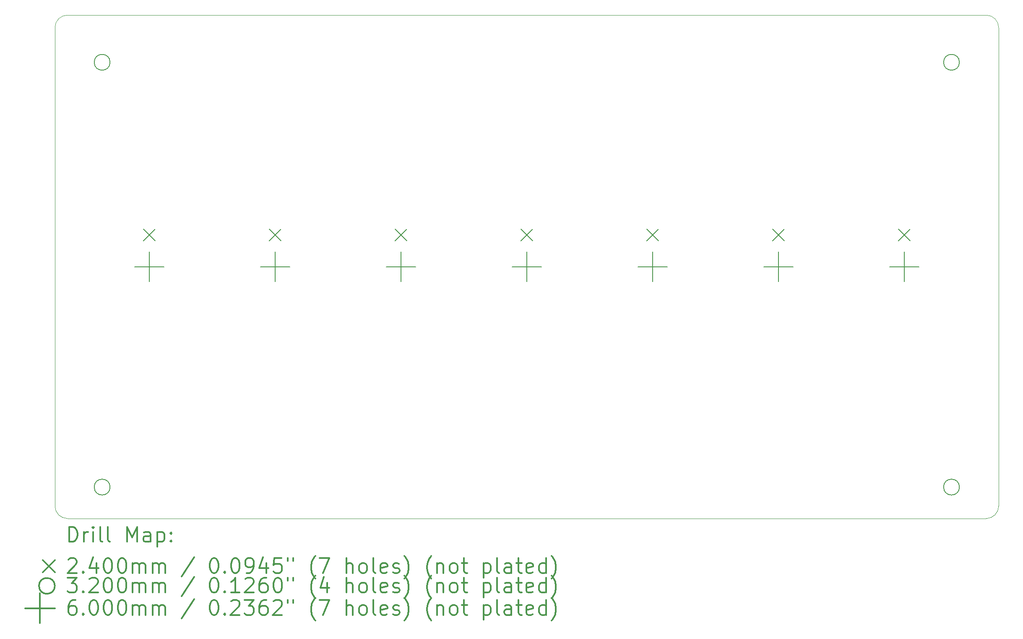
<source format=gbr>
%FSLAX45Y45*%
G04 Gerber Fmt 4.5, Leading zero omitted, Abs format (unit mm)*
G04 Created by KiCad (PCBNEW (5.1.10)-1) date 2021-08-19 15:28:22*
%MOMM*%
%LPD*%
G01*
G04 APERTURE LIST*
%TA.AperFunction,Profile*%
%ADD10C,0.050000*%
%TD*%
%ADD11C,0.200000*%
%ADD12C,0.300000*%
G04 APERTURE END LIST*
D10*
X22733000Y-4254500D02*
X4191000Y-4254500D01*
X22733000Y-4254500D02*
G75*
G02*
X22987000Y-4508500I0J-254000D01*
G01*
X22987000Y-14160500D02*
X22987000Y-4508500D01*
X4191000Y-14414500D02*
X22733000Y-14414500D01*
X3937000Y-4508500D02*
X3937000Y-14160500D01*
X22987000Y-14160500D02*
G75*
G02*
X22733000Y-14414500I-254000J0D01*
G01*
X4191000Y-14414500D02*
G75*
G02*
X3937000Y-14160500I0J254000D01*
G01*
X3937000Y-4508500D02*
G75*
G02*
X4191000Y-4254500I254000J0D01*
G01*
D11*
X5722000Y-8574500D02*
X5962000Y-8814500D01*
X5962000Y-8574500D02*
X5722000Y-8814500D01*
X8262000Y-8574500D02*
X8502000Y-8814500D01*
X8502000Y-8574500D02*
X8262000Y-8814500D01*
X10802000Y-8574500D02*
X11042000Y-8814500D01*
X11042000Y-8574500D02*
X10802000Y-8814500D01*
X13342000Y-8574500D02*
X13582000Y-8814500D01*
X13582000Y-8574500D02*
X13342000Y-8814500D01*
X15882000Y-8574500D02*
X16122000Y-8814500D01*
X16122000Y-8574500D02*
X15882000Y-8814500D01*
X18422000Y-8574500D02*
X18662000Y-8814500D01*
X18662000Y-8574500D02*
X18422000Y-8814500D01*
X20962000Y-8574500D02*
X21202000Y-8814500D01*
X21202000Y-8574500D02*
X20962000Y-8814500D01*
X5049500Y-5207000D02*
G75*
G03*
X5049500Y-5207000I-160000J0D01*
G01*
X5049500Y-13779500D02*
G75*
G03*
X5049500Y-13779500I-160000J0D01*
G01*
X22194500Y-5207000D02*
G75*
G03*
X22194500Y-5207000I-160000J0D01*
G01*
X22194500Y-13779500D02*
G75*
G03*
X22194500Y-13779500I-160000J0D01*
G01*
X5842000Y-9034500D02*
X5842000Y-9634500D01*
X5542000Y-9334500D02*
X6142000Y-9334500D01*
X8382000Y-9034500D02*
X8382000Y-9634500D01*
X8082000Y-9334500D02*
X8682000Y-9334500D01*
X10922000Y-9034500D02*
X10922000Y-9634500D01*
X10622000Y-9334500D02*
X11222000Y-9334500D01*
X13462000Y-9034500D02*
X13462000Y-9634500D01*
X13162000Y-9334500D02*
X13762000Y-9334500D01*
X16002000Y-9034500D02*
X16002000Y-9634500D01*
X15702000Y-9334500D02*
X16302000Y-9334500D01*
X18542000Y-9034500D02*
X18542000Y-9634500D01*
X18242000Y-9334500D02*
X18842000Y-9334500D01*
X21082000Y-9034500D02*
X21082000Y-9634500D01*
X20782000Y-9334500D02*
X21382000Y-9334500D01*
D12*
X4220928Y-14882714D02*
X4220928Y-14582714D01*
X4292357Y-14582714D01*
X4335214Y-14597000D01*
X4363786Y-14625571D01*
X4378071Y-14654143D01*
X4392357Y-14711286D01*
X4392357Y-14754143D01*
X4378071Y-14811286D01*
X4363786Y-14839857D01*
X4335214Y-14868429D01*
X4292357Y-14882714D01*
X4220928Y-14882714D01*
X4520928Y-14882714D02*
X4520928Y-14682714D01*
X4520928Y-14739857D02*
X4535214Y-14711286D01*
X4549500Y-14697000D01*
X4578071Y-14682714D01*
X4606643Y-14682714D01*
X4706643Y-14882714D02*
X4706643Y-14682714D01*
X4706643Y-14582714D02*
X4692357Y-14597000D01*
X4706643Y-14611286D01*
X4720928Y-14597000D01*
X4706643Y-14582714D01*
X4706643Y-14611286D01*
X4892357Y-14882714D02*
X4863786Y-14868429D01*
X4849500Y-14839857D01*
X4849500Y-14582714D01*
X5049500Y-14882714D02*
X5020928Y-14868429D01*
X5006643Y-14839857D01*
X5006643Y-14582714D01*
X5392357Y-14882714D02*
X5392357Y-14582714D01*
X5492357Y-14797000D01*
X5592357Y-14582714D01*
X5592357Y-14882714D01*
X5863786Y-14882714D02*
X5863786Y-14725571D01*
X5849500Y-14697000D01*
X5820928Y-14682714D01*
X5763786Y-14682714D01*
X5735214Y-14697000D01*
X5863786Y-14868429D02*
X5835214Y-14882714D01*
X5763786Y-14882714D01*
X5735214Y-14868429D01*
X5720928Y-14839857D01*
X5720928Y-14811286D01*
X5735214Y-14782714D01*
X5763786Y-14768429D01*
X5835214Y-14768429D01*
X5863786Y-14754143D01*
X6006643Y-14682714D02*
X6006643Y-14982714D01*
X6006643Y-14697000D02*
X6035214Y-14682714D01*
X6092357Y-14682714D01*
X6120928Y-14697000D01*
X6135214Y-14711286D01*
X6149500Y-14739857D01*
X6149500Y-14825571D01*
X6135214Y-14854143D01*
X6120928Y-14868429D01*
X6092357Y-14882714D01*
X6035214Y-14882714D01*
X6006643Y-14868429D01*
X6278071Y-14854143D02*
X6292357Y-14868429D01*
X6278071Y-14882714D01*
X6263786Y-14868429D01*
X6278071Y-14854143D01*
X6278071Y-14882714D01*
X6278071Y-14697000D02*
X6292357Y-14711286D01*
X6278071Y-14725571D01*
X6263786Y-14711286D01*
X6278071Y-14697000D01*
X6278071Y-14725571D01*
X3694500Y-15257000D02*
X3934500Y-15497000D01*
X3934500Y-15257000D02*
X3694500Y-15497000D01*
X4206643Y-15241286D02*
X4220928Y-15227000D01*
X4249500Y-15212714D01*
X4320928Y-15212714D01*
X4349500Y-15227000D01*
X4363786Y-15241286D01*
X4378071Y-15269857D01*
X4378071Y-15298429D01*
X4363786Y-15341286D01*
X4192357Y-15512714D01*
X4378071Y-15512714D01*
X4506643Y-15484143D02*
X4520928Y-15498429D01*
X4506643Y-15512714D01*
X4492357Y-15498429D01*
X4506643Y-15484143D01*
X4506643Y-15512714D01*
X4778071Y-15312714D02*
X4778071Y-15512714D01*
X4706643Y-15198429D02*
X4635214Y-15412714D01*
X4820928Y-15412714D01*
X4992357Y-15212714D02*
X5020928Y-15212714D01*
X5049500Y-15227000D01*
X5063786Y-15241286D01*
X5078071Y-15269857D01*
X5092357Y-15327000D01*
X5092357Y-15398429D01*
X5078071Y-15455571D01*
X5063786Y-15484143D01*
X5049500Y-15498429D01*
X5020928Y-15512714D01*
X4992357Y-15512714D01*
X4963786Y-15498429D01*
X4949500Y-15484143D01*
X4935214Y-15455571D01*
X4920928Y-15398429D01*
X4920928Y-15327000D01*
X4935214Y-15269857D01*
X4949500Y-15241286D01*
X4963786Y-15227000D01*
X4992357Y-15212714D01*
X5278071Y-15212714D02*
X5306643Y-15212714D01*
X5335214Y-15227000D01*
X5349500Y-15241286D01*
X5363786Y-15269857D01*
X5378071Y-15327000D01*
X5378071Y-15398429D01*
X5363786Y-15455571D01*
X5349500Y-15484143D01*
X5335214Y-15498429D01*
X5306643Y-15512714D01*
X5278071Y-15512714D01*
X5249500Y-15498429D01*
X5235214Y-15484143D01*
X5220928Y-15455571D01*
X5206643Y-15398429D01*
X5206643Y-15327000D01*
X5220928Y-15269857D01*
X5235214Y-15241286D01*
X5249500Y-15227000D01*
X5278071Y-15212714D01*
X5506643Y-15512714D02*
X5506643Y-15312714D01*
X5506643Y-15341286D02*
X5520928Y-15327000D01*
X5549500Y-15312714D01*
X5592357Y-15312714D01*
X5620928Y-15327000D01*
X5635214Y-15355571D01*
X5635214Y-15512714D01*
X5635214Y-15355571D02*
X5649500Y-15327000D01*
X5678071Y-15312714D01*
X5720928Y-15312714D01*
X5749500Y-15327000D01*
X5763786Y-15355571D01*
X5763786Y-15512714D01*
X5906643Y-15512714D02*
X5906643Y-15312714D01*
X5906643Y-15341286D02*
X5920928Y-15327000D01*
X5949500Y-15312714D01*
X5992357Y-15312714D01*
X6020928Y-15327000D01*
X6035214Y-15355571D01*
X6035214Y-15512714D01*
X6035214Y-15355571D02*
X6049500Y-15327000D01*
X6078071Y-15312714D01*
X6120928Y-15312714D01*
X6149500Y-15327000D01*
X6163786Y-15355571D01*
X6163786Y-15512714D01*
X6749500Y-15198429D02*
X6492357Y-15584143D01*
X7135214Y-15212714D02*
X7163786Y-15212714D01*
X7192357Y-15227000D01*
X7206643Y-15241286D01*
X7220928Y-15269857D01*
X7235214Y-15327000D01*
X7235214Y-15398429D01*
X7220928Y-15455571D01*
X7206643Y-15484143D01*
X7192357Y-15498429D01*
X7163786Y-15512714D01*
X7135214Y-15512714D01*
X7106643Y-15498429D01*
X7092357Y-15484143D01*
X7078071Y-15455571D01*
X7063786Y-15398429D01*
X7063786Y-15327000D01*
X7078071Y-15269857D01*
X7092357Y-15241286D01*
X7106643Y-15227000D01*
X7135214Y-15212714D01*
X7363786Y-15484143D02*
X7378071Y-15498429D01*
X7363786Y-15512714D01*
X7349500Y-15498429D01*
X7363786Y-15484143D01*
X7363786Y-15512714D01*
X7563786Y-15212714D02*
X7592357Y-15212714D01*
X7620928Y-15227000D01*
X7635214Y-15241286D01*
X7649500Y-15269857D01*
X7663786Y-15327000D01*
X7663786Y-15398429D01*
X7649500Y-15455571D01*
X7635214Y-15484143D01*
X7620928Y-15498429D01*
X7592357Y-15512714D01*
X7563786Y-15512714D01*
X7535214Y-15498429D01*
X7520928Y-15484143D01*
X7506643Y-15455571D01*
X7492357Y-15398429D01*
X7492357Y-15327000D01*
X7506643Y-15269857D01*
X7520928Y-15241286D01*
X7535214Y-15227000D01*
X7563786Y-15212714D01*
X7806643Y-15512714D02*
X7863786Y-15512714D01*
X7892357Y-15498429D01*
X7906643Y-15484143D01*
X7935214Y-15441286D01*
X7949500Y-15384143D01*
X7949500Y-15269857D01*
X7935214Y-15241286D01*
X7920928Y-15227000D01*
X7892357Y-15212714D01*
X7835214Y-15212714D01*
X7806643Y-15227000D01*
X7792357Y-15241286D01*
X7778071Y-15269857D01*
X7778071Y-15341286D01*
X7792357Y-15369857D01*
X7806643Y-15384143D01*
X7835214Y-15398429D01*
X7892357Y-15398429D01*
X7920928Y-15384143D01*
X7935214Y-15369857D01*
X7949500Y-15341286D01*
X8206643Y-15312714D02*
X8206643Y-15512714D01*
X8135214Y-15198429D02*
X8063786Y-15412714D01*
X8249500Y-15412714D01*
X8506643Y-15212714D02*
X8363786Y-15212714D01*
X8349500Y-15355571D01*
X8363786Y-15341286D01*
X8392357Y-15327000D01*
X8463786Y-15327000D01*
X8492357Y-15341286D01*
X8506643Y-15355571D01*
X8520928Y-15384143D01*
X8520928Y-15455571D01*
X8506643Y-15484143D01*
X8492357Y-15498429D01*
X8463786Y-15512714D01*
X8392357Y-15512714D01*
X8363786Y-15498429D01*
X8349500Y-15484143D01*
X8635214Y-15212714D02*
X8635214Y-15269857D01*
X8749500Y-15212714D02*
X8749500Y-15269857D01*
X9192357Y-15627000D02*
X9178071Y-15612714D01*
X9149500Y-15569857D01*
X9135214Y-15541286D01*
X9120928Y-15498429D01*
X9106643Y-15427000D01*
X9106643Y-15369857D01*
X9120928Y-15298429D01*
X9135214Y-15255571D01*
X9149500Y-15227000D01*
X9178071Y-15184143D01*
X9192357Y-15169857D01*
X9278071Y-15212714D02*
X9478071Y-15212714D01*
X9349500Y-15512714D01*
X9820928Y-15512714D02*
X9820928Y-15212714D01*
X9949500Y-15512714D02*
X9949500Y-15355571D01*
X9935214Y-15327000D01*
X9906643Y-15312714D01*
X9863786Y-15312714D01*
X9835214Y-15327000D01*
X9820928Y-15341286D01*
X10135214Y-15512714D02*
X10106643Y-15498429D01*
X10092357Y-15484143D01*
X10078071Y-15455571D01*
X10078071Y-15369857D01*
X10092357Y-15341286D01*
X10106643Y-15327000D01*
X10135214Y-15312714D01*
X10178071Y-15312714D01*
X10206643Y-15327000D01*
X10220928Y-15341286D01*
X10235214Y-15369857D01*
X10235214Y-15455571D01*
X10220928Y-15484143D01*
X10206643Y-15498429D01*
X10178071Y-15512714D01*
X10135214Y-15512714D01*
X10406643Y-15512714D02*
X10378071Y-15498429D01*
X10363786Y-15469857D01*
X10363786Y-15212714D01*
X10635214Y-15498429D02*
X10606643Y-15512714D01*
X10549500Y-15512714D01*
X10520928Y-15498429D01*
X10506643Y-15469857D01*
X10506643Y-15355571D01*
X10520928Y-15327000D01*
X10549500Y-15312714D01*
X10606643Y-15312714D01*
X10635214Y-15327000D01*
X10649500Y-15355571D01*
X10649500Y-15384143D01*
X10506643Y-15412714D01*
X10763786Y-15498429D02*
X10792357Y-15512714D01*
X10849500Y-15512714D01*
X10878071Y-15498429D01*
X10892357Y-15469857D01*
X10892357Y-15455571D01*
X10878071Y-15427000D01*
X10849500Y-15412714D01*
X10806643Y-15412714D01*
X10778071Y-15398429D01*
X10763786Y-15369857D01*
X10763786Y-15355571D01*
X10778071Y-15327000D01*
X10806643Y-15312714D01*
X10849500Y-15312714D01*
X10878071Y-15327000D01*
X10992357Y-15627000D02*
X11006643Y-15612714D01*
X11035214Y-15569857D01*
X11049500Y-15541286D01*
X11063786Y-15498429D01*
X11078071Y-15427000D01*
X11078071Y-15369857D01*
X11063786Y-15298429D01*
X11049500Y-15255571D01*
X11035214Y-15227000D01*
X11006643Y-15184143D01*
X10992357Y-15169857D01*
X11535214Y-15627000D02*
X11520928Y-15612714D01*
X11492357Y-15569857D01*
X11478071Y-15541286D01*
X11463786Y-15498429D01*
X11449500Y-15427000D01*
X11449500Y-15369857D01*
X11463786Y-15298429D01*
X11478071Y-15255571D01*
X11492357Y-15227000D01*
X11520928Y-15184143D01*
X11535214Y-15169857D01*
X11649500Y-15312714D02*
X11649500Y-15512714D01*
X11649500Y-15341286D02*
X11663786Y-15327000D01*
X11692357Y-15312714D01*
X11735214Y-15312714D01*
X11763786Y-15327000D01*
X11778071Y-15355571D01*
X11778071Y-15512714D01*
X11963786Y-15512714D02*
X11935214Y-15498429D01*
X11920928Y-15484143D01*
X11906643Y-15455571D01*
X11906643Y-15369857D01*
X11920928Y-15341286D01*
X11935214Y-15327000D01*
X11963786Y-15312714D01*
X12006643Y-15312714D01*
X12035214Y-15327000D01*
X12049500Y-15341286D01*
X12063786Y-15369857D01*
X12063786Y-15455571D01*
X12049500Y-15484143D01*
X12035214Y-15498429D01*
X12006643Y-15512714D01*
X11963786Y-15512714D01*
X12149500Y-15312714D02*
X12263786Y-15312714D01*
X12192357Y-15212714D02*
X12192357Y-15469857D01*
X12206643Y-15498429D01*
X12235214Y-15512714D01*
X12263786Y-15512714D01*
X12592357Y-15312714D02*
X12592357Y-15612714D01*
X12592357Y-15327000D02*
X12620928Y-15312714D01*
X12678071Y-15312714D01*
X12706643Y-15327000D01*
X12720928Y-15341286D01*
X12735214Y-15369857D01*
X12735214Y-15455571D01*
X12720928Y-15484143D01*
X12706643Y-15498429D01*
X12678071Y-15512714D01*
X12620928Y-15512714D01*
X12592357Y-15498429D01*
X12906643Y-15512714D02*
X12878071Y-15498429D01*
X12863786Y-15469857D01*
X12863786Y-15212714D01*
X13149500Y-15512714D02*
X13149500Y-15355571D01*
X13135214Y-15327000D01*
X13106643Y-15312714D01*
X13049500Y-15312714D01*
X13020928Y-15327000D01*
X13149500Y-15498429D02*
X13120928Y-15512714D01*
X13049500Y-15512714D01*
X13020928Y-15498429D01*
X13006643Y-15469857D01*
X13006643Y-15441286D01*
X13020928Y-15412714D01*
X13049500Y-15398429D01*
X13120928Y-15398429D01*
X13149500Y-15384143D01*
X13249500Y-15312714D02*
X13363786Y-15312714D01*
X13292357Y-15212714D02*
X13292357Y-15469857D01*
X13306643Y-15498429D01*
X13335214Y-15512714D01*
X13363786Y-15512714D01*
X13578071Y-15498429D02*
X13549500Y-15512714D01*
X13492357Y-15512714D01*
X13463786Y-15498429D01*
X13449500Y-15469857D01*
X13449500Y-15355571D01*
X13463786Y-15327000D01*
X13492357Y-15312714D01*
X13549500Y-15312714D01*
X13578071Y-15327000D01*
X13592357Y-15355571D01*
X13592357Y-15384143D01*
X13449500Y-15412714D01*
X13849500Y-15512714D02*
X13849500Y-15212714D01*
X13849500Y-15498429D02*
X13820928Y-15512714D01*
X13763786Y-15512714D01*
X13735214Y-15498429D01*
X13720928Y-15484143D01*
X13706643Y-15455571D01*
X13706643Y-15369857D01*
X13720928Y-15341286D01*
X13735214Y-15327000D01*
X13763786Y-15312714D01*
X13820928Y-15312714D01*
X13849500Y-15327000D01*
X13963786Y-15627000D02*
X13978071Y-15612714D01*
X14006643Y-15569857D01*
X14020928Y-15541286D01*
X14035214Y-15498429D01*
X14049500Y-15427000D01*
X14049500Y-15369857D01*
X14035214Y-15298429D01*
X14020928Y-15255571D01*
X14006643Y-15227000D01*
X13978071Y-15184143D01*
X13963786Y-15169857D01*
X3934500Y-15773000D02*
G75*
G03*
X3934500Y-15773000I-160000J0D01*
G01*
X4192357Y-15608714D02*
X4378071Y-15608714D01*
X4278071Y-15723000D01*
X4320928Y-15723000D01*
X4349500Y-15737286D01*
X4363786Y-15751571D01*
X4378071Y-15780143D01*
X4378071Y-15851571D01*
X4363786Y-15880143D01*
X4349500Y-15894429D01*
X4320928Y-15908714D01*
X4235214Y-15908714D01*
X4206643Y-15894429D01*
X4192357Y-15880143D01*
X4506643Y-15880143D02*
X4520928Y-15894429D01*
X4506643Y-15908714D01*
X4492357Y-15894429D01*
X4506643Y-15880143D01*
X4506643Y-15908714D01*
X4635214Y-15637286D02*
X4649500Y-15623000D01*
X4678071Y-15608714D01*
X4749500Y-15608714D01*
X4778071Y-15623000D01*
X4792357Y-15637286D01*
X4806643Y-15665857D01*
X4806643Y-15694429D01*
X4792357Y-15737286D01*
X4620928Y-15908714D01*
X4806643Y-15908714D01*
X4992357Y-15608714D02*
X5020928Y-15608714D01*
X5049500Y-15623000D01*
X5063786Y-15637286D01*
X5078071Y-15665857D01*
X5092357Y-15723000D01*
X5092357Y-15794429D01*
X5078071Y-15851571D01*
X5063786Y-15880143D01*
X5049500Y-15894429D01*
X5020928Y-15908714D01*
X4992357Y-15908714D01*
X4963786Y-15894429D01*
X4949500Y-15880143D01*
X4935214Y-15851571D01*
X4920928Y-15794429D01*
X4920928Y-15723000D01*
X4935214Y-15665857D01*
X4949500Y-15637286D01*
X4963786Y-15623000D01*
X4992357Y-15608714D01*
X5278071Y-15608714D02*
X5306643Y-15608714D01*
X5335214Y-15623000D01*
X5349500Y-15637286D01*
X5363786Y-15665857D01*
X5378071Y-15723000D01*
X5378071Y-15794429D01*
X5363786Y-15851571D01*
X5349500Y-15880143D01*
X5335214Y-15894429D01*
X5306643Y-15908714D01*
X5278071Y-15908714D01*
X5249500Y-15894429D01*
X5235214Y-15880143D01*
X5220928Y-15851571D01*
X5206643Y-15794429D01*
X5206643Y-15723000D01*
X5220928Y-15665857D01*
X5235214Y-15637286D01*
X5249500Y-15623000D01*
X5278071Y-15608714D01*
X5506643Y-15908714D02*
X5506643Y-15708714D01*
X5506643Y-15737286D02*
X5520928Y-15723000D01*
X5549500Y-15708714D01*
X5592357Y-15708714D01*
X5620928Y-15723000D01*
X5635214Y-15751571D01*
X5635214Y-15908714D01*
X5635214Y-15751571D02*
X5649500Y-15723000D01*
X5678071Y-15708714D01*
X5720928Y-15708714D01*
X5749500Y-15723000D01*
X5763786Y-15751571D01*
X5763786Y-15908714D01*
X5906643Y-15908714D02*
X5906643Y-15708714D01*
X5906643Y-15737286D02*
X5920928Y-15723000D01*
X5949500Y-15708714D01*
X5992357Y-15708714D01*
X6020928Y-15723000D01*
X6035214Y-15751571D01*
X6035214Y-15908714D01*
X6035214Y-15751571D02*
X6049500Y-15723000D01*
X6078071Y-15708714D01*
X6120928Y-15708714D01*
X6149500Y-15723000D01*
X6163786Y-15751571D01*
X6163786Y-15908714D01*
X6749500Y-15594429D02*
X6492357Y-15980143D01*
X7135214Y-15608714D02*
X7163786Y-15608714D01*
X7192357Y-15623000D01*
X7206643Y-15637286D01*
X7220928Y-15665857D01*
X7235214Y-15723000D01*
X7235214Y-15794429D01*
X7220928Y-15851571D01*
X7206643Y-15880143D01*
X7192357Y-15894429D01*
X7163786Y-15908714D01*
X7135214Y-15908714D01*
X7106643Y-15894429D01*
X7092357Y-15880143D01*
X7078071Y-15851571D01*
X7063786Y-15794429D01*
X7063786Y-15723000D01*
X7078071Y-15665857D01*
X7092357Y-15637286D01*
X7106643Y-15623000D01*
X7135214Y-15608714D01*
X7363786Y-15880143D02*
X7378071Y-15894429D01*
X7363786Y-15908714D01*
X7349500Y-15894429D01*
X7363786Y-15880143D01*
X7363786Y-15908714D01*
X7663786Y-15908714D02*
X7492357Y-15908714D01*
X7578071Y-15908714D02*
X7578071Y-15608714D01*
X7549500Y-15651571D01*
X7520928Y-15680143D01*
X7492357Y-15694429D01*
X7778071Y-15637286D02*
X7792357Y-15623000D01*
X7820928Y-15608714D01*
X7892357Y-15608714D01*
X7920928Y-15623000D01*
X7935214Y-15637286D01*
X7949500Y-15665857D01*
X7949500Y-15694429D01*
X7935214Y-15737286D01*
X7763786Y-15908714D01*
X7949500Y-15908714D01*
X8206643Y-15608714D02*
X8149500Y-15608714D01*
X8120928Y-15623000D01*
X8106643Y-15637286D01*
X8078071Y-15680143D01*
X8063786Y-15737286D01*
X8063786Y-15851571D01*
X8078071Y-15880143D01*
X8092357Y-15894429D01*
X8120928Y-15908714D01*
X8178071Y-15908714D01*
X8206643Y-15894429D01*
X8220928Y-15880143D01*
X8235214Y-15851571D01*
X8235214Y-15780143D01*
X8220928Y-15751571D01*
X8206643Y-15737286D01*
X8178071Y-15723000D01*
X8120928Y-15723000D01*
X8092357Y-15737286D01*
X8078071Y-15751571D01*
X8063786Y-15780143D01*
X8420928Y-15608714D02*
X8449500Y-15608714D01*
X8478071Y-15623000D01*
X8492357Y-15637286D01*
X8506643Y-15665857D01*
X8520928Y-15723000D01*
X8520928Y-15794429D01*
X8506643Y-15851571D01*
X8492357Y-15880143D01*
X8478071Y-15894429D01*
X8449500Y-15908714D01*
X8420928Y-15908714D01*
X8392357Y-15894429D01*
X8378071Y-15880143D01*
X8363786Y-15851571D01*
X8349500Y-15794429D01*
X8349500Y-15723000D01*
X8363786Y-15665857D01*
X8378071Y-15637286D01*
X8392357Y-15623000D01*
X8420928Y-15608714D01*
X8635214Y-15608714D02*
X8635214Y-15665857D01*
X8749500Y-15608714D02*
X8749500Y-15665857D01*
X9192357Y-16023000D02*
X9178071Y-16008714D01*
X9149500Y-15965857D01*
X9135214Y-15937286D01*
X9120928Y-15894429D01*
X9106643Y-15823000D01*
X9106643Y-15765857D01*
X9120928Y-15694429D01*
X9135214Y-15651571D01*
X9149500Y-15623000D01*
X9178071Y-15580143D01*
X9192357Y-15565857D01*
X9435214Y-15708714D02*
X9435214Y-15908714D01*
X9363786Y-15594429D02*
X9292357Y-15808714D01*
X9478071Y-15808714D01*
X9820928Y-15908714D02*
X9820928Y-15608714D01*
X9949500Y-15908714D02*
X9949500Y-15751571D01*
X9935214Y-15723000D01*
X9906643Y-15708714D01*
X9863786Y-15708714D01*
X9835214Y-15723000D01*
X9820928Y-15737286D01*
X10135214Y-15908714D02*
X10106643Y-15894429D01*
X10092357Y-15880143D01*
X10078071Y-15851571D01*
X10078071Y-15765857D01*
X10092357Y-15737286D01*
X10106643Y-15723000D01*
X10135214Y-15708714D01*
X10178071Y-15708714D01*
X10206643Y-15723000D01*
X10220928Y-15737286D01*
X10235214Y-15765857D01*
X10235214Y-15851571D01*
X10220928Y-15880143D01*
X10206643Y-15894429D01*
X10178071Y-15908714D01*
X10135214Y-15908714D01*
X10406643Y-15908714D02*
X10378071Y-15894429D01*
X10363786Y-15865857D01*
X10363786Y-15608714D01*
X10635214Y-15894429D02*
X10606643Y-15908714D01*
X10549500Y-15908714D01*
X10520928Y-15894429D01*
X10506643Y-15865857D01*
X10506643Y-15751571D01*
X10520928Y-15723000D01*
X10549500Y-15708714D01*
X10606643Y-15708714D01*
X10635214Y-15723000D01*
X10649500Y-15751571D01*
X10649500Y-15780143D01*
X10506643Y-15808714D01*
X10763786Y-15894429D02*
X10792357Y-15908714D01*
X10849500Y-15908714D01*
X10878071Y-15894429D01*
X10892357Y-15865857D01*
X10892357Y-15851571D01*
X10878071Y-15823000D01*
X10849500Y-15808714D01*
X10806643Y-15808714D01*
X10778071Y-15794429D01*
X10763786Y-15765857D01*
X10763786Y-15751571D01*
X10778071Y-15723000D01*
X10806643Y-15708714D01*
X10849500Y-15708714D01*
X10878071Y-15723000D01*
X10992357Y-16023000D02*
X11006643Y-16008714D01*
X11035214Y-15965857D01*
X11049500Y-15937286D01*
X11063786Y-15894429D01*
X11078071Y-15823000D01*
X11078071Y-15765857D01*
X11063786Y-15694429D01*
X11049500Y-15651571D01*
X11035214Y-15623000D01*
X11006643Y-15580143D01*
X10992357Y-15565857D01*
X11535214Y-16023000D02*
X11520928Y-16008714D01*
X11492357Y-15965857D01*
X11478071Y-15937286D01*
X11463786Y-15894429D01*
X11449500Y-15823000D01*
X11449500Y-15765857D01*
X11463786Y-15694429D01*
X11478071Y-15651571D01*
X11492357Y-15623000D01*
X11520928Y-15580143D01*
X11535214Y-15565857D01*
X11649500Y-15708714D02*
X11649500Y-15908714D01*
X11649500Y-15737286D02*
X11663786Y-15723000D01*
X11692357Y-15708714D01*
X11735214Y-15708714D01*
X11763786Y-15723000D01*
X11778071Y-15751571D01*
X11778071Y-15908714D01*
X11963786Y-15908714D02*
X11935214Y-15894429D01*
X11920928Y-15880143D01*
X11906643Y-15851571D01*
X11906643Y-15765857D01*
X11920928Y-15737286D01*
X11935214Y-15723000D01*
X11963786Y-15708714D01*
X12006643Y-15708714D01*
X12035214Y-15723000D01*
X12049500Y-15737286D01*
X12063786Y-15765857D01*
X12063786Y-15851571D01*
X12049500Y-15880143D01*
X12035214Y-15894429D01*
X12006643Y-15908714D01*
X11963786Y-15908714D01*
X12149500Y-15708714D02*
X12263786Y-15708714D01*
X12192357Y-15608714D02*
X12192357Y-15865857D01*
X12206643Y-15894429D01*
X12235214Y-15908714D01*
X12263786Y-15908714D01*
X12592357Y-15708714D02*
X12592357Y-16008714D01*
X12592357Y-15723000D02*
X12620928Y-15708714D01*
X12678071Y-15708714D01*
X12706643Y-15723000D01*
X12720928Y-15737286D01*
X12735214Y-15765857D01*
X12735214Y-15851571D01*
X12720928Y-15880143D01*
X12706643Y-15894429D01*
X12678071Y-15908714D01*
X12620928Y-15908714D01*
X12592357Y-15894429D01*
X12906643Y-15908714D02*
X12878071Y-15894429D01*
X12863786Y-15865857D01*
X12863786Y-15608714D01*
X13149500Y-15908714D02*
X13149500Y-15751571D01*
X13135214Y-15723000D01*
X13106643Y-15708714D01*
X13049500Y-15708714D01*
X13020928Y-15723000D01*
X13149500Y-15894429D02*
X13120928Y-15908714D01*
X13049500Y-15908714D01*
X13020928Y-15894429D01*
X13006643Y-15865857D01*
X13006643Y-15837286D01*
X13020928Y-15808714D01*
X13049500Y-15794429D01*
X13120928Y-15794429D01*
X13149500Y-15780143D01*
X13249500Y-15708714D02*
X13363786Y-15708714D01*
X13292357Y-15608714D02*
X13292357Y-15865857D01*
X13306643Y-15894429D01*
X13335214Y-15908714D01*
X13363786Y-15908714D01*
X13578071Y-15894429D02*
X13549500Y-15908714D01*
X13492357Y-15908714D01*
X13463786Y-15894429D01*
X13449500Y-15865857D01*
X13449500Y-15751571D01*
X13463786Y-15723000D01*
X13492357Y-15708714D01*
X13549500Y-15708714D01*
X13578071Y-15723000D01*
X13592357Y-15751571D01*
X13592357Y-15780143D01*
X13449500Y-15808714D01*
X13849500Y-15908714D02*
X13849500Y-15608714D01*
X13849500Y-15894429D02*
X13820928Y-15908714D01*
X13763786Y-15908714D01*
X13735214Y-15894429D01*
X13720928Y-15880143D01*
X13706643Y-15851571D01*
X13706643Y-15765857D01*
X13720928Y-15737286D01*
X13735214Y-15723000D01*
X13763786Y-15708714D01*
X13820928Y-15708714D01*
X13849500Y-15723000D01*
X13963786Y-16023000D02*
X13978071Y-16008714D01*
X14006643Y-15965857D01*
X14020928Y-15937286D01*
X14035214Y-15894429D01*
X14049500Y-15823000D01*
X14049500Y-15765857D01*
X14035214Y-15694429D01*
X14020928Y-15651571D01*
X14006643Y-15623000D01*
X13978071Y-15580143D01*
X13963786Y-15565857D01*
X3634500Y-15923000D02*
X3634500Y-16523000D01*
X3334500Y-16223000D02*
X3934500Y-16223000D01*
X4349500Y-16058714D02*
X4292357Y-16058714D01*
X4263786Y-16073000D01*
X4249500Y-16087286D01*
X4220928Y-16130143D01*
X4206643Y-16187286D01*
X4206643Y-16301571D01*
X4220928Y-16330143D01*
X4235214Y-16344429D01*
X4263786Y-16358714D01*
X4320928Y-16358714D01*
X4349500Y-16344429D01*
X4363786Y-16330143D01*
X4378071Y-16301571D01*
X4378071Y-16230143D01*
X4363786Y-16201571D01*
X4349500Y-16187286D01*
X4320928Y-16173000D01*
X4263786Y-16173000D01*
X4235214Y-16187286D01*
X4220928Y-16201571D01*
X4206643Y-16230143D01*
X4506643Y-16330143D02*
X4520928Y-16344429D01*
X4506643Y-16358714D01*
X4492357Y-16344429D01*
X4506643Y-16330143D01*
X4506643Y-16358714D01*
X4706643Y-16058714D02*
X4735214Y-16058714D01*
X4763786Y-16073000D01*
X4778071Y-16087286D01*
X4792357Y-16115857D01*
X4806643Y-16173000D01*
X4806643Y-16244429D01*
X4792357Y-16301571D01*
X4778071Y-16330143D01*
X4763786Y-16344429D01*
X4735214Y-16358714D01*
X4706643Y-16358714D01*
X4678071Y-16344429D01*
X4663786Y-16330143D01*
X4649500Y-16301571D01*
X4635214Y-16244429D01*
X4635214Y-16173000D01*
X4649500Y-16115857D01*
X4663786Y-16087286D01*
X4678071Y-16073000D01*
X4706643Y-16058714D01*
X4992357Y-16058714D02*
X5020928Y-16058714D01*
X5049500Y-16073000D01*
X5063786Y-16087286D01*
X5078071Y-16115857D01*
X5092357Y-16173000D01*
X5092357Y-16244429D01*
X5078071Y-16301571D01*
X5063786Y-16330143D01*
X5049500Y-16344429D01*
X5020928Y-16358714D01*
X4992357Y-16358714D01*
X4963786Y-16344429D01*
X4949500Y-16330143D01*
X4935214Y-16301571D01*
X4920928Y-16244429D01*
X4920928Y-16173000D01*
X4935214Y-16115857D01*
X4949500Y-16087286D01*
X4963786Y-16073000D01*
X4992357Y-16058714D01*
X5278071Y-16058714D02*
X5306643Y-16058714D01*
X5335214Y-16073000D01*
X5349500Y-16087286D01*
X5363786Y-16115857D01*
X5378071Y-16173000D01*
X5378071Y-16244429D01*
X5363786Y-16301571D01*
X5349500Y-16330143D01*
X5335214Y-16344429D01*
X5306643Y-16358714D01*
X5278071Y-16358714D01*
X5249500Y-16344429D01*
X5235214Y-16330143D01*
X5220928Y-16301571D01*
X5206643Y-16244429D01*
X5206643Y-16173000D01*
X5220928Y-16115857D01*
X5235214Y-16087286D01*
X5249500Y-16073000D01*
X5278071Y-16058714D01*
X5506643Y-16358714D02*
X5506643Y-16158714D01*
X5506643Y-16187286D02*
X5520928Y-16173000D01*
X5549500Y-16158714D01*
X5592357Y-16158714D01*
X5620928Y-16173000D01*
X5635214Y-16201571D01*
X5635214Y-16358714D01*
X5635214Y-16201571D02*
X5649500Y-16173000D01*
X5678071Y-16158714D01*
X5720928Y-16158714D01*
X5749500Y-16173000D01*
X5763786Y-16201571D01*
X5763786Y-16358714D01*
X5906643Y-16358714D02*
X5906643Y-16158714D01*
X5906643Y-16187286D02*
X5920928Y-16173000D01*
X5949500Y-16158714D01*
X5992357Y-16158714D01*
X6020928Y-16173000D01*
X6035214Y-16201571D01*
X6035214Y-16358714D01*
X6035214Y-16201571D02*
X6049500Y-16173000D01*
X6078071Y-16158714D01*
X6120928Y-16158714D01*
X6149500Y-16173000D01*
X6163786Y-16201571D01*
X6163786Y-16358714D01*
X6749500Y-16044429D02*
X6492357Y-16430143D01*
X7135214Y-16058714D02*
X7163786Y-16058714D01*
X7192357Y-16073000D01*
X7206643Y-16087286D01*
X7220928Y-16115857D01*
X7235214Y-16173000D01*
X7235214Y-16244429D01*
X7220928Y-16301571D01*
X7206643Y-16330143D01*
X7192357Y-16344429D01*
X7163786Y-16358714D01*
X7135214Y-16358714D01*
X7106643Y-16344429D01*
X7092357Y-16330143D01*
X7078071Y-16301571D01*
X7063786Y-16244429D01*
X7063786Y-16173000D01*
X7078071Y-16115857D01*
X7092357Y-16087286D01*
X7106643Y-16073000D01*
X7135214Y-16058714D01*
X7363786Y-16330143D02*
X7378071Y-16344429D01*
X7363786Y-16358714D01*
X7349500Y-16344429D01*
X7363786Y-16330143D01*
X7363786Y-16358714D01*
X7492357Y-16087286D02*
X7506643Y-16073000D01*
X7535214Y-16058714D01*
X7606643Y-16058714D01*
X7635214Y-16073000D01*
X7649500Y-16087286D01*
X7663786Y-16115857D01*
X7663786Y-16144429D01*
X7649500Y-16187286D01*
X7478071Y-16358714D01*
X7663786Y-16358714D01*
X7763786Y-16058714D02*
X7949500Y-16058714D01*
X7849500Y-16173000D01*
X7892357Y-16173000D01*
X7920928Y-16187286D01*
X7935214Y-16201571D01*
X7949500Y-16230143D01*
X7949500Y-16301571D01*
X7935214Y-16330143D01*
X7920928Y-16344429D01*
X7892357Y-16358714D01*
X7806643Y-16358714D01*
X7778071Y-16344429D01*
X7763786Y-16330143D01*
X8206643Y-16058714D02*
X8149500Y-16058714D01*
X8120928Y-16073000D01*
X8106643Y-16087286D01*
X8078071Y-16130143D01*
X8063786Y-16187286D01*
X8063786Y-16301571D01*
X8078071Y-16330143D01*
X8092357Y-16344429D01*
X8120928Y-16358714D01*
X8178071Y-16358714D01*
X8206643Y-16344429D01*
X8220928Y-16330143D01*
X8235214Y-16301571D01*
X8235214Y-16230143D01*
X8220928Y-16201571D01*
X8206643Y-16187286D01*
X8178071Y-16173000D01*
X8120928Y-16173000D01*
X8092357Y-16187286D01*
X8078071Y-16201571D01*
X8063786Y-16230143D01*
X8349500Y-16087286D02*
X8363786Y-16073000D01*
X8392357Y-16058714D01*
X8463786Y-16058714D01*
X8492357Y-16073000D01*
X8506643Y-16087286D01*
X8520928Y-16115857D01*
X8520928Y-16144429D01*
X8506643Y-16187286D01*
X8335214Y-16358714D01*
X8520928Y-16358714D01*
X8635214Y-16058714D02*
X8635214Y-16115857D01*
X8749500Y-16058714D02*
X8749500Y-16115857D01*
X9192357Y-16473000D02*
X9178071Y-16458714D01*
X9149500Y-16415857D01*
X9135214Y-16387286D01*
X9120928Y-16344429D01*
X9106643Y-16273000D01*
X9106643Y-16215857D01*
X9120928Y-16144429D01*
X9135214Y-16101571D01*
X9149500Y-16073000D01*
X9178071Y-16030143D01*
X9192357Y-16015857D01*
X9278071Y-16058714D02*
X9478071Y-16058714D01*
X9349500Y-16358714D01*
X9820928Y-16358714D02*
X9820928Y-16058714D01*
X9949500Y-16358714D02*
X9949500Y-16201571D01*
X9935214Y-16173000D01*
X9906643Y-16158714D01*
X9863786Y-16158714D01*
X9835214Y-16173000D01*
X9820928Y-16187286D01*
X10135214Y-16358714D02*
X10106643Y-16344429D01*
X10092357Y-16330143D01*
X10078071Y-16301571D01*
X10078071Y-16215857D01*
X10092357Y-16187286D01*
X10106643Y-16173000D01*
X10135214Y-16158714D01*
X10178071Y-16158714D01*
X10206643Y-16173000D01*
X10220928Y-16187286D01*
X10235214Y-16215857D01*
X10235214Y-16301571D01*
X10220928Y-16330143D01*
X10206643Y-16344429D01*
X10178071Y-16358714D01*
X10135214Y-16358714D01*
X10406643Y-16358714D02*
X10378071Y-16344429D01*
X10363786Y-16315857D01*
X10363786Y-16058714D01*
X10635214Y-16344429D02*
X10606643Y-16358714D01*
X10549500Y-16358714D01*
X10520928Y-16344429D01*
X10506643Y-16315857D01*
X10506643Y-16201571D01*
X10520928Y-16173000D01*
X10549500Y-16158714D01*
X10606643Y-16158714D01*
X10635214Y-16173000D01*
X10649500Y-16201571D01*
X10649500Y-16230143D01*
X10506643Y-16258714D01*
X10763786Y-16344429D02*
X10792357Y-16358714D01*
X10849500Y-16358714D01*
X10878071Y-16344429D01*
X10892357Y-16315857D01*
X10892357Y-16301571D01*
X10878071Y-16273000D01*
X10849500Y-16258714D01*
X10806643Y-16258714D01*
X10778071Y-16244429D01*
X10763786Y-16215857D01*
X10763786Y-16201571D01*
X10778071Y-16173000D01*
X10806643Y-16158714D01*
X10849500Y-16158714D01*
X10878071Y-16173000D01*
X10992357Y-16473000D02*
X11006643Y-16458714D01*
X11035214Y-16415857D01*
X11049500Y-16387286D01*
X11063786Y-16344429D01*
X11078071Y-16273000D01*
X11078071Y-16215857D01*
X11063786Y-16144429D01*
X11049500Y-16101571D01*
X11035214Y-16073000D01*
X11006643Y-16030143D01*
X10992357Y-16015857D01*
X11535214Y-16473000D02*
X11520928Y-16458714D01*
X11492357Y-16415857D01*
X11478071Y-16387286D01*
X11463786Y-16344429D01*
X11449500Y-16273000D01*
X11449500Y-16215857D01*
X11463786Y-16144429D01*
X11478071Y-16101571D01*
X11492357Y-16073000D01*
X11520928Y-16030143D01*
X11535214Y-16015857D01*
X11649500Y-16158714D02*
X11649500Y-16358714D01*
X11649500Y-16187286D02*
X11663786Y-16173000D01*
X11692357Y-16158714D01*
X11735214Y-16158714D01*
X11763786Y-16173000D01*
X11778071Y-16201571D01*
X11778071Y-16358714D01*
X11963786Y-16358714D02*
X11935214Y-16344429D01*
X11920928Y-16330143D01*
X11906643Y-16301571D01*
X11906643Y-16215857D01*
X11920928Y-16187286D01*
X11935214Y-16173000D01*
X11963786Y-16158714D01*
X12006643Y-16158714D01*
X12035214Y-16173000D01*
X12049500Y-16187286D01*
X12063786Y-16215857D01*
X12063786Y-16301571D01*
X12049500Y-16330143D01*
X12035214Y-16344429D01*
X12006643Y-16358714D01*
X11963786Y-16358714D01*
X12149500Y-16158714D02*
X12263786Y-16158714D01*
X12192357Y-16058714D02*
X12192357Y-16315857D01*
X12206643Y-16344429D01*
X12235214Y-16358714D01*
X12263786Y-16358714D01*
X12592357Y-16158714D02*
X12592357Y-16458714D01*
X12592357Y-16173000D02*
X12620928Y-16158714D01*
X12678071Y-16158714D01*
X12706643Y-16173000D01*
X12720928Y-16187286D01*
X12735214Y-16215857D01*
X12735214Y-16301571D01*
X12720928Y-16330143D01*
X12706643Y-16344429D01*
X12678071Y-16358714D01*
X12620928Y-16358714D01*
X12592357Y-16344429D01*
X12906643Y-16358714D02*
X12878071Y-16344429D01*
X12863786Y-16315857D01*
X12863786Y-16058714D01*
X13149500Y-16358714D02*
X13149500Y-16201571D01*
X13135214Y-16173000D01*
X13106643Y-16158714D01*
X13049500Y-16158714D01*
X13020928Y-16173000D01*
X13149500Y-16344429D02*
X13120928Y-16358714D01*
X13049500Y-16358714D01*
X13020928Y-16344429D01*
X13006643Y-16315857D01*
X13006643Y-16287286D01*
X13020928Y-16258714D01*
X13049500Y-16244429D01*
X13120928Y-16244429D01*
X13149500Y-16230143D01*
X13249500Y-16158714D02*
X13363786Y-16158714D01*
X13292357Y-16058714D02*
X13292357Y-16315857D01*
X13306643Y-16344429D01*
X13335214Y-16358714D01*
X13363786Y-16358714D01*
X13578071Y-16344429D02*
X13549500Y-16358714D01*
X13492357Y-16358714D01*
X13463786Y-16344429D01*
X13449500Y-16315857D01*
X13449500Y-16201571D01*
X13463786Y-16173000D01*
X13492357Y-16158714D01*
X13549500Y-16158714D01*
X13578071Y-16173000D01*
X13592357Y-16201571D01*
X13592357Y-16230143D01*
X13449500Y-16258714D01*
X13849500Y-16358714D02*
X13849500Y-16058714D01*
X13849500Y-16344429D02*
X13820928Y-16358714D01*
X13763786Y-16358714D01*
X13735214Y-16344429D01*
X13720928Y-16330143D01*
X13706643Y-16301571D01*
X13706643Y-16215857D01*
X13720928Y-16187286D01*
X13735214Y-16173000D01*
X13763786Y-16158714D01*
X13820928Y-16158714D01*
X13849500Y-16173000D01*
X13963786Y-16473000D02*
X13978071Y-16458714D01*
X14006643Y-16415857D01*
X14020928Y-16387286D01*
X14035214Y-16344429D01*
X14049500Y-16273000D01*
X14049500Y-16215857D01*
X14035214Y-16144429D01*
X14020928Y-16101571D01*
X14006643Y-16073000D01*
X13978071Y-16030143D01*
X13963786Y-16015857D01*
M02*

</source>
